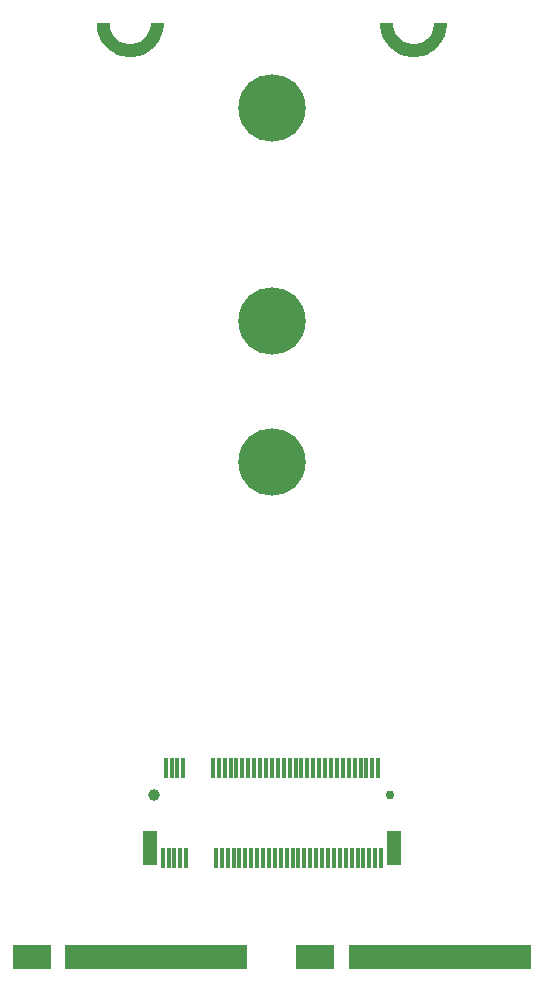
<source format=gts>
G04*
G04 #@! TF.GenerationSoftware,Altium Limited,Altium Designer,24.5.2 (23)*
G04*
G04 Layer_Color=8388736*
%FSLAX44Y44*%
%MOMM*%
G71*
G04*
G04 #@! TF.SameCoordinates,91BA8B22-162D-4FD0-A550-99D68B665C59*
G04*
G04*
G04 #@! TF.FilePolarity,Negative*
G04*
G01*
G75*
%ADD14R,0.3500X1.4500*%
%ADD15R,15.4500X2.0000*%
%ADD16R,3.2005X2.0000*%
%ADD17R,1.3016X2.8516*%
%ADD18R,0.4016X1.6516*%
%ADD19C,1.0032*%
%ADD20C,0.7532*%
%ADD21C,5.7032*%
G36*
X138500Y800000D02*
X138500Y797757D01*
X137798Y793326D01*
X136412Y789060D01*
X134375Y785063D01*
X131739Y781433D01*
X128567Y778261D01*
X124937Y775624D01*
X120940Y773588D01*
X116674Y772202D01*
X112243Y771500D01*
X107757Y771500D01*
X103326Y772202D01*
X99060Y773588D01*
X95063Y775624D01*
X91433Y778261D01*
X88261Y781433D01*
X85625Y785063D01*
X83588Y789060D01*
X82202Y793326D01*
X81500Y797757D01*
X81500Y800000D01*
X81500Y800000D01*
X92500Y800000D01*
X92584Y798285D01*
X93253Y794920D01*
X94566Y791750D01*
X96472Y788898D01*
X98898Y786472D01*
X101751Y784566D01*
X104920Y783253D01*
X108285Y782584D01*
X111715Y782584D01*
X115080Y783253D01*
X118250Y784566D01*
X121102Y786472D01*
X123528Y788898D01*
X125434Y791751D01*
X126747Y794920D01*
X127416Y798285D01*
X127500Y800000D01*
X127500Y800000D01*
X138500Y800000D01*
D02*
G37*
G36*
X378500D02*
X378500Y797757D01*
X377798Y793326D01*
X376412Y789060D01*
X374375Y785063D01*
X371739Y781433D01*
X368567Y778261D01*
X364937Y775624D01*
X360940Y773588D01*
X356674Y772202D01*
X352243Y771500D01*
X347757Y771500D01*
X343326Y772202D01*
X339060Y773588D01*
X335063Y775624D01*
X331433Y778261D01*
X328261Y781433D01*
X325625Y785063D01*
X323588Y789060D01*
X322202Y793326D01*
X321500Y797757D01*
X321500Y800000D01*
X321500Y800000D01*
X332500Y800000D01*
X332584Y798285D01*
X333254Y794920D01*
X334566Y791750D01*
X336472Y788898D01*
X338898Y786472D01*
X341751Y784566D01*
X344920Y783253D01*
X348285Y782584D01*
X351715Y782584D01*
X355080Y783253D01*
X358250Y784566D01*
X361102Y786472D01*
X363528Y788898D01*
X365434Y791751D01*
X366746Y794920D01*
X367416Y798285D01*
X367500Y800000D01*
X367500Y800000D01*
X378500Y800000D01*
D02*
G37*
D14*
X442499Y12750D02*
D03*
X437500D02*
D03*
X432499D02*
D03*
X427500D02*
D03*
X422499D02*
D03*
X417500D02*
D03*
X412499D02*
D03*
X407500D02*
D03*
X402499D02*
D03*
X397501D02*
D03*
X392499D02*
D03*
X387501D02*
D03*
X382499D02*
D03*
X377501D02*
D03*
X372499D02*
D03*
X367501D02*
D03*
X362499D02*
D03*
X357501D02*
D03*
X352499D02*
D03*
X347501D02*
D03*
X342499D02*
D03*
X337501D02*
D03*
X332499D02*
D03*
X327501D02*
D03*
X322499D02*
D03*
X317501D02*
D03*
X312500D02*
D03*
X307501D02*
D03*
X302500D02*
D03*
X277501D02*
D03*
X272500D02*
D03*
X267501D02*
D03*
X262500D02*
D03*
X257501D02*
D03*
X202499D02*
D03*
X197500D02*
D03*
X192499D02*
D03*
X187500D02*
D03*
X182499D02*
D03*
X177500D02*
D03*
X172499D02*
D03*
X167500D02*
D03*
X162499D02*
D03*
X157500D02*
D03*
X152499D02*
D03*
X147501D02*
D03*
X142499D02*
D03*
X137501D02*
D03*
X132499D02*
D03*
X127501D02*
D03*
X122499D02*
D03*
X117501D02*
D03*
X112499D02*
D03*
X107501D02*
D03*
X102499D02*
D03*
X97501D02*
D03*
X92499D02*
D03*
X87501D02*
D03*
X82499D02*
D03*
X77501D02*
D03*
X72499D02*
D03*
X67501D02*
D03*
X62499D02*
D03*
X37501D02*
D03*
X32499D02*
D03*
X27501D02*
D03*
X22499D02*
D03*
X17501D02*
D03*
D15*
X372000Y10000D02*
D03*
X132000D02*
D03*
D16*
X266748D02*
D03*
X26748D02*
D03*
D17*
X126500Y101501D02*
D03*
X333500D02*
D03*
D18*
X235000Y169250D02*
D03*
X240000D02*
D03*
X245000D02*
D03*
X237500Y93751D02*
D03*
X242500D02*
D03*
X322500D02*
D03*
X320000Y169250D02*
D03*
X317500Y93751D02*
D03*
X315000Y169250D02*
D03*
X312500Y93751D02*
D03*
X310000Y169250D02*
D03*
X307500Y93751D02*
D03*
X305000Y169250D02*
D03*
X302500Y93751D02*
D03*
X300000Y169250D02*
D03*
X297500Y93751D02*
D03*
X295000Y169250D02*
D03*
X292500Y93751D02*
D03*
X290000Y169250D02*
D03*
X287500Y93751D02*
D03*
X285000Y169250D02*
D03*
X282500Y93751D02*
D03*
X280000Y169250D02*
D03*
X277500Y93751D02*
D03*
X275000Y169250D02*
D03*
X272500Y93751D02*
D03*
X270000Y169250D02*
D03*
X267500Y93751D02*
D03*
X232500D02*
D03*
X230000Y169250D02*
D03*
X227500Y93751D02*
D03*
X225000Y169250D02*
D03*
X222500Y93751D02*
D03*
X220000Y169250D02*
D03*
X217500Y93751D02*
D03*
X215000Y169250D02*
D03*
X212500Y93751D02*
D03*
X210000Y169250D02*
D03*
X207500Y93751D02*
D03*
X205000Y169250D02*
D03*
X202500Y93751D02*
D03*
X200000Y169250D02*
D03*
X197500Y93751D02*
D03*
X195000Y169250D02*
D03*
X192500Y93751D02*
D03*
X190000Y169250D02*
D03*
X187500Y93751D02*
D03*
X185000Y169250D02*
D03*
X182500Y93751D02*
D03*
X180000Y169250D02*
D03*
X262499Y93750D02*
D03*
X265001Y169250D02*
D03*
X257499Y93750D02*
D03*
X260001Y169250D02*
D03*
X252499Y93750D02*
D03*
X255001Y169250D02*
D03*
X247499Y93750D02*
D03*
X250001Y169250D02*
D03*
X157500Y93751D02*
D03*
X155000Y169250D02*
D03*
X152500Y93751D02*
D03*
X150000Y169250D02*
D03*
X147500Y93751D02*
D03*
X145000Y169250D02*
D03*
X142500Y93751D02*
D03*
X140000Y169250D02*
D03*
X137500Y93751D02*
D03*
D19*
X130000Y146500D02*
D03*
D20*
X330000D02*
D03*
D21*
X230000Y548500D02*
D03*
Y728500D02*
D03*
Y428500D02*
D03*
M02*

</source>
